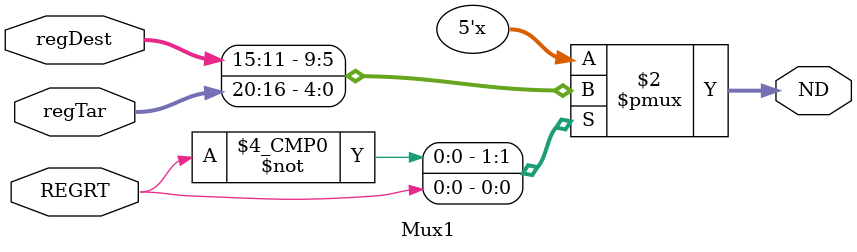
<source format=v>
module Mux1(regTar, regDest, REGRT, ND);
	// ND <==> WriteRegister;
	// regTar		=> [20...16]
	// regDest	=> [15...11]
	input [20:16] regTar;		// rt -> register target
	input [15:11] regDest;	// rd -> register destination
	input REGRT;						// REGRT = 0 (write to rd) for R-type instructions
													// REGRT = 1 (write to rt) for I-type instructions

	output reg [4:0] ND;

	always @(REGRT, regTar, regDest) begin
		case(REGRT) 
			0 : ND <= regDest;
			1 : ND <= regTar;
		endcase
	end
endmodule
</source>
